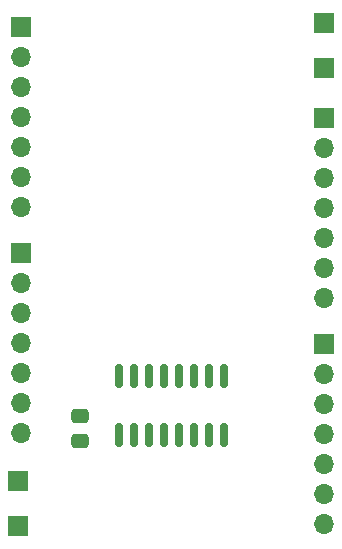
<source format=gbr>
%TF.GenerationSoftware,KiCad,Pcbnew,7.0.2*%
%TF.CreationDate,2023-08-23T23:39:57+05:30*%
%TF.ProjectId,esp32_dev_board,65737033-325f-4646-9576-5f626f617264,rev?*%
%TF.SameCoordinates,Original*%
%TF.FileFunction,Soldermask,Bot*%
%TF.FilePolarity,Negative*%
%FSLAX46Y46*%
G04 Gerber Fmt 4.6, Leading zero omitted, Abs format (unit mm)*
G04 Created by KiCad (PCBNEW 7.0.2) date 2023-08-23 23:39:57*
%MOMM*%
%LPD*%
G01*
G04 APERTURE LIST*
G04 Aperture macros list*
%AMRoundRect*
0 Rectangle with rounded corners*
0 $1 Rounding radius*
0 $2 $3 $4 $5 $6 $7 $8 $9 X,Y pos of 4 corners*
0 Add a 4 corners polygon primitive as box body*
4,1,4,$2,$3,$4,$5,$6,$7,$8,$9,$2,$3,0*
0 Add four circle primitives for the rounded corners*
1,1,$1+$1,$2,$3*
1,1,$1+$1,$4,$5*
1,1,$1+$1,$6,$7*
1,1,$1+$1,$8,$9*
0 Add four rect primitives between the rounded corners*
20,1,$1+$1,$2,$3,$4,$5,0*
20,1,$1+$1,$4,$5,$6,$7,0*
20,1,$1+$1,$6,$7,$8,$9,0*
20,1,$1+$1,$8,$9,$2,$3,0*%
G04 Aperture macros list end*
%ADD10RoundRect,0.250000X0.475000X-0.337500X0.475000X0.337500X-0.475000X0.337500X-0.475000X-0.337500X0*%
%ADD11R,1.700000X1.700000*%
%ADD12O,1.700000X1.700000*%
%ADD13RoundRect,0.150000X0.150000X-0.825000X0.150000X0.825000X-0.150000X0.825000X-0.150000X-0.825000X0*%
G04 APERTURE END LIST*
D10*
%TO.C,C5*%
X103800000Y-113600000D03*
X103800000Y-111525000D03*
%TD*%
D11*
%TO.C,J1*%
X98800000Y-78575000D03*
D12*
X98800000Y-81115000D03*
X98800000Y-83655000D03*
X98800000Y-86195000D03*
X98800000Y-88735000D03*
X98800000Y-91275000D03*
X98800000Y-93815000D03*
%TD*%
D13*
%TO.C,U3*%
X116045000Y-113075000D03*
X114775000Y-113075000D03*
X113505000Y-113075000D03*
X112235000Y-113075000D03*
X110965000Y-113075000D03*
X109695000Y-113075000D03*
X108425000Y-113075000D03*
X107155000Y-113075000D03*
X107155000Y-108125000D03*
X108425000Y-108125000D03*
X109695000Y-108125000D03*
X110965000Y-108125000D03*
X112235000Y-108125000D03*
X113505000Y-108125000D03*
X114775000Y-108125000D03*
X116045000Y-108125000D03*
%TD*%
D11*
%TO.C,J4*%
X98600000Y-117000000D03*
%TD*%
%TO.C,J7*%
X124500000Y-105420000D03*
D12*
X124500000Y-107960000D03*
X124500000Y-110500000D03*
X124500000Y-113040000D03*
X124500000Y-115580000D03*
X124500000Y-118120000D03*
X124500000Y-120660000D03*
%TD*%
D11*
%TO.C,J9*%
X98600000Y-120800000D03*
%TD*%
%TO.C,J8*%
X124500000Y-82000000D03*
%TD*%
%TO.C,J2*%
X124520000Y-78200000D03*
%TD*%
%TO.C,J6*%
X124500000Y-86300000D03*
D12*
X124500000Y-88840000D03*
X124500000Y-91380000D03*
X124500000Y-93920000D03*
X124500000Y-96460000D03*
X124500000Y-99000000D03*
X124500000Y-101540000D03*
%TD*%
D11*
%TO.C,J5*%
X98800000Y-97720000D03*
D12*
X98800000Y-100260000D03*
X98800000Y-102800000D03*
X98800000Y-105340000D03*
X98800000Y-107880000D03*
X98800000Y-110420000D03*
X98800000Y-112960000D03*
%TD*%
M02*

</source>
